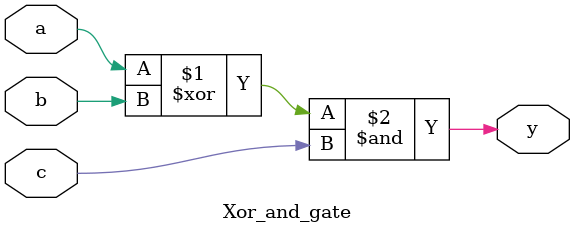
<source format=v>
module 
	Xor_and_gate(input a, input b, input c,  output y);
    	assign y = (a^b) & c;
endmodule

</source>
